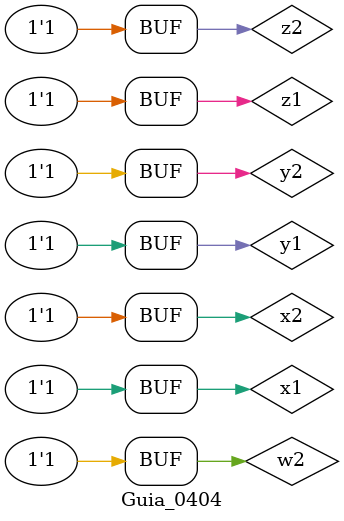
<source format=v>
/* 
Guia_0404.v 
855842 - Mateus Resende Ottoni

iverilog -o Guia_0404.vvp Guia_0404.v
vvp Guia_0404.vvp
*/


// Modulo letra a _ PoS ( 1, 2, 6, 7 )
module f04a (output s,
             input x, y, z);
       assign s = (x | y | ~z) & (x | ~y | z) & (~x | ~y | z) &
              (~x | ~y | ~z) ;

endmodule


// Modulos letra b _ PoS ( 0, 3, 4, 7 )
module f04b (output s,
             input x, y, z);
       assign s = (x | y | z) & (x | ~y | ~z) & (~x | y | z) &
              (~x | ~y | ~z) ;

endmodule


// Modulos letra c _ PoS ( 0, 1, 2, 4, 6, 8, 11, 12 )

module f04c (output s,
             input x, y, w, z);
       assign s = (x | y | w | z) & (x | y | w | ~z) & (x | y | ~w | z) &
              (x | ~y | w | z) & (x | ~y | ~w | z) & (~x | y | w | z) &
              (~x | y | ~w | ~z) & (~x | ~y | w | z) ;

endmodule


// Modulos letra d _ SoP PoS ( 1, 2, 4, 7, 8, 9, 15 )

module f04d (output s,
             input x, y, w, z);
       assign s = (x | y | w | ~z) & (x | y | ~w | z) & (x | ~y | w | z) &
              (x | ~y | ~w | ~z) & (~x | y | w | z) & (~x | y | w | ~z) &
              (~x | ~y | ~w | ~z) ;

endmodule


// Modulos letra e _ PoS ( 0, 1, 2, 4, 5, 10, 13 )
module f04e (output s,
             input x, y, w, z);
       assign s = (x | y | w | z) & (x | y | w | ~z) & (x | y | ~w | z) &
              (x | ~y | w | z) & (x | ~y | w | ~z) & (~x | y | ~w | z) &
              (~x | ~y | w | ~z) ;

endmodule




// Modulo principal
module Guia_0404; 

// Definir dados
reg x1, y1, z1, x2, y2, w2, z2;
wire wa, wb, wc, wd, we;
f04a f04_a (wa, x1, y1, z1);
f04b f04_b (wb, x1, y1, z1);
f04c f04_c (wc, x2, y2, w2, z2);
f04d f04_d (wd, x2, y2, w2, z2);
f04e f04_e (we, x2, y2, w2, z2);

 initial
  begin
   x1 = 1'b0;
   y1 = 1'b0;
   z1 = 1'b0;
   x2 = 1'b0;
   y2 = 1'b0;
   w2 = 1'b0;
   z2 = 1'b0;
  end


// Main 
initial 
begin : main 

$display ( "Guia_0404" );
$display ( " " );

/*	Mostrar valores e os atualizar quando mudarem (letra a e b)		*/
$display ( "Letras a e b" );
$display ( "|| x | y | z || PoS(1,2,6,7) || PoS(0,3,4,7) ||" );
$display ( "||---|---|---||--------------||--------------||" );
$monitor ( "|| %b | %b | %b ||            %b ||           %b  ||",
               x1, y1, z1, wa, wb );
/*								*/

/*	Atualizar valores (até 7)	*/

#1  z1 = 1'b1;
#1  z1 = 1'b0; y1 = 1'b1;
#1  z1 = 1'b1;
#1  z1 = 1'b0; y1 = 1'b0; x1 = 1'b1;
#1  z1 = 1'b1;
#1  z1 = 1'b0; y1 = 1'b1;
#1  z1 = 1'b1;
#1

/*					*/



/*	Mostrar valores e os atualizar quando mudarem (letra c, d e e) 	*/
$display ( " " );
$display ( "Letras c, d e e " );
$display ( "|| x | y | w | z || PoS(0,1,2,4,6,8,11,12) || PoS(1,2,4,7,8,9,15) || PoS(0,1,2,4,5,10,13) ||" );
$display ( "||---|---|---|---||------------------------||---------------------||----------------------||" );
$monitor ( "|| %b | %b | %b | %b ||                      %b ||                  %b  ||                   %b  ||",
               x2, y2, w2, z2, wc, wd, we );
/*								*/

/*	Atualizar valores (até 15)	*/

#1  z2 = 1'b1;
#1  z2 = 1'b0; w2 = 1'b1;
#1  z2 = 1'b1;
#1  z2 = 1'b0; w2 = 1'b0; y2 = 1'b1;
#1  z2 = 1'b1;
#1  z2 = 1'b0; w2 = 1'b1;
#1  z2 = 1'b1;
#1  z2 = 1'b0; w2 = 1'b0; y2 = 1'b0; x2 = 1'b1;
#1  z2 = 1'b1;
#1  z2 = 1'b0; w2 = 1'b1;
#1  z2 = 1'b1;
#1  z2 = 1'b0; w2 = 1'b0; y2 = 1'b1;
#1  z2 = 1'b1;
#1  z2 = 1'b0; w2 = 1'b1;
#1  z2 = 1'b1;


/*					*/

end // main 

endmodule // Guia_0404

</source>
